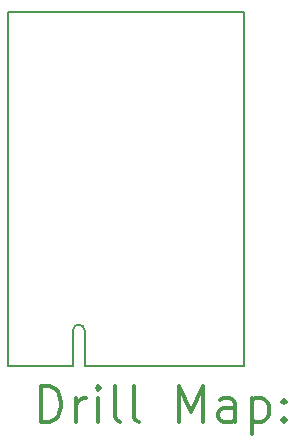
<source format=gbr>
%FSLAX45Y45*%
G04 Gerber Fmt 4.5, Leading zero omitted, Abs format (unit mm)*
G04 Created by KiCad (PCBNEW 5.1.4-e60b266~84~ubuntu16.04.1) date 2019-11-09 12:49:25*
%MOMM*%
%LPD*%
G04 APERTURE LIST*
%ADD10C,0.150000*%
%ADD11C,0.200000*%
%ADD12C,0.300000*%
G04 APERTURE END LIST*
D10*
X550000Y300000D02*
G75*
G02X650000Y300000I50000J0D01*
G01*
X2000000Y0D02*
X650000Y0D01*
X650000Y0D02*
X650000Y300000D01*
X550000Y0D02*
X550000Y300000D01*
X0Y0D02*
X0Y3000000D01*
X550000Y0D02*
X0Y0D01*
X2000000Y3000000D02*
X2000000Y0D01*
X0Y3000000D02*
X2000000Y3000000D01*
D11*
D12*
X278928Y-473214D02*
X278928Y-173214D01*
X350357Y-173214D01*
X393214Y-187500D01*
X421786Y-216071D01*
X436071Y-244643D01*
X450357Y-301786D01*
X450357Y-344643D01*
X436071Y-401786D01*
X421786Y-430357D01*
X393214Y-458929D01*
X350357Y-473214D01*
X278928Y-473214D01*
X578928Y-473214D02*
X578928Y-273214D01*
X578928Y-330357D02*
X593214Y-301786D01*
X607500Y-287500D01*
X636071Y-273214D01*
X664643Y-273214D01*
X764643Y-473214D02*
X764643Y-273214D01*
X764643Y-173214D02*
X750357Y-187500D01*
X764643Y-201786D01*
X778928Y-187500D01*
X764643Y-173214D01*
X764643Y-201786D01*
X950357Y-473214D02*
X921786Y-458929D01*
X907500Y-430357D01*
X907500Y-173214D01*
X1107500Y-473214D02*
X1078928Y-458929D01*
X1064643Y-430357D01*
X1064643Y-173214D01*
X1450357Y-473214D02*
X1450357Y-173214D01*
X1550357Y-387500D01*
X1650357Y-173214D01*
X1650357Y-473214D01*
X1921786Y-473214D02*
X1921786Y-316072D01*
X1907500Y-287500D01*
X1878928Y-273214D01*
X1821786Y-273214D01*
X1793214Y-287500D01*
X1921786Y-458929D02*
X1893214Y-473214D01*
X1821786Y-473214D01*
X1793214Y-458929D01*
X1778928Y-430357D01*
X1778928Y-401786D01*
X1793214Y-373214D01*
X1821786Y-358929D01*
X1893214Y-358929D01*
X1921786Y-344643D01*
X2064643Y-273214D02*
X2064643Y-573214D01*
X2064643Y-287500D02*
X2093214Y-273214D01*
X2150357Y-273214D01*
X2178928Y-287500D01*
X2193214Y-301786D01*
X2207500Y-330357D01*
X2207500Y-416071D01*
X2193214Y-444643D01*
X2178928Y-458929D01*
X2150357Y-473214D01*
X2093214Y-473214D01*
X2064643Y-458929D01*
X2336071Y-444643D02*
X2350357Y-458929D01*
X2336071Y-473214D01*
X2321786Y-458929D01*
X2336071Y-444643D01*
X2336071Y-473214D01*
X2336071Y-287500D02*
X2350357Y-301786D01*
X2336071Y-316072D01*
X2321786Y-301786D01*
X2336071Y-287500D01*
X2336071Y-316072D01*
M02*

</source>
